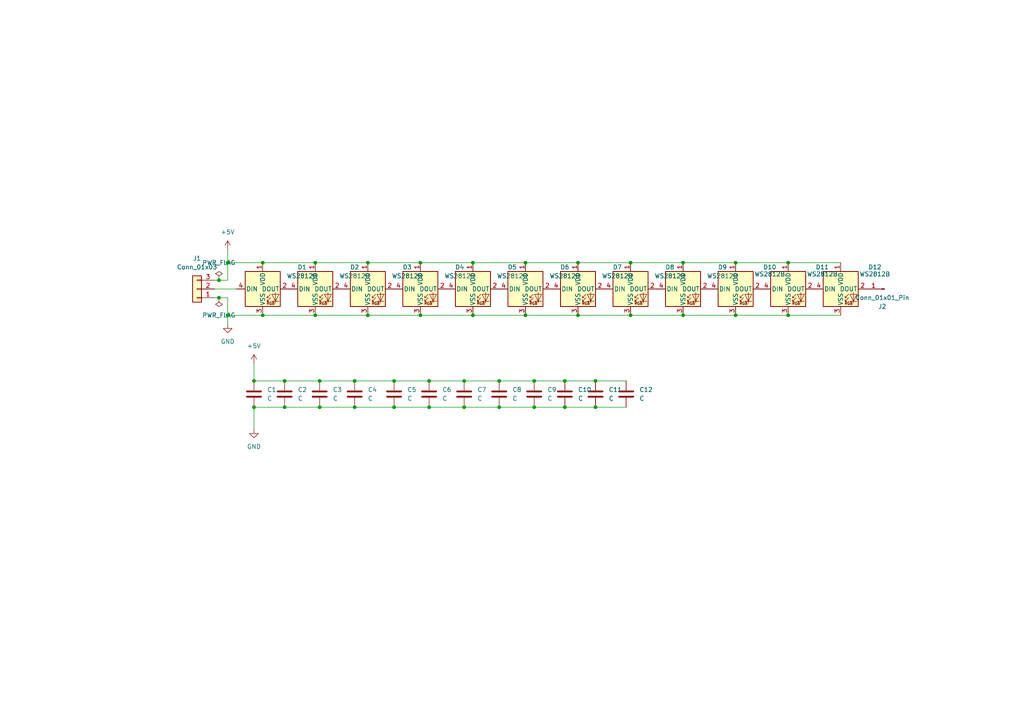
<source format=kicad_sch>
(kicad_sch (version 20231120) (generator "eeschema") (generator_version "8.0")
  (paper "A4")
  (lib_symbols
    (symbol "Connector:Conn_01x01_Pin" (pin_names (offset 1.016) hide)
      (property "Reference" "J" (at 0 2.54 0))
      (property "Value" "Conn_01x01_Pin" (at 0 -2.54 0))
      (symbol "Conn_01x01_Pin_1_1"
        (polyline (pts (xy 1.27 0) (xy 0.8636 0)) (stroke (width 0.1524)))
        (rectangle (start 0.8636 0.127) (end 0 -0.127) (stroke (width 0.1524)) (fill (type outline)))
        (pin passive line (at 5.08 0 180) (length 3.81) (name "Pin_1") (number "1"))
      )
    )
    (symbol "Device:C" (pin_numbers hide) (pin_names (offset 0.254))
      (property "Reference" "C" (at 0.635 2.54 0))
      (property "Value" "C" (at 0.635 -2.54 0))
      (symbol "C_0_1"
        (polyline (pts (xy -2.032 -0.762) (xy 2.032 -0.762)) (stroke (width 0.508)))
        (polyline (pts (xy -2.032 0.762) (xy 2.032 0.762)) (stroke (width 0.508)))
      )
      (symbol "C_1_1"
        (pin passive line (at 0 3.81 270) (length 2.794) (name "~") (number "1"))
        (pin passive line (at 0 -3.81 90) (length 2.794) (name "~") (number "2"))
      )
    )
    (symbol "LED:WS2812B" (pin_names (offset 0.254))
      (property "Reference" "D" (at 5.08 5.715 0))
      (property "Value" "WS2812B" (at 1.27 -5.715 0))
      (symbol "WS2812B_0_0"
        (text "RGB" (at 2.286 -4.191 0) (effects (font (size 0.762 0.762))))
      )
      (symbol "WS2812B_0_1"
        (polyline (pts (xy 1.27 -3.556) (xy 1.778 -3.556)))
        (polyline (pts (xy 1.27 -2.54) (xy 1.778 -2.54)))
        (polyline (pts (xy 4.699 -3.556) (xy 2.667 -3.556)))
        (polyline (pts (xy 2.286 -2.54) (xy 1.27 -3.556) (xy 1.27 -3.048)))
        (polyline (pts (xy 2.286 -1.524) (xy 1.27 -2.54) (xy 1.27 -2.032)))
        (polyline (pts (xy 3.683 -1.016) (xy 3.683 -3.556) (xy 3.683 -4.064)))
        (polyline (pts (xy 4.699 -1.524) (xy 2.667 -1.524) (xy 3.683 -3.556) (xy 4.699 -1.524)))
        (rectangle (start 5.08 5.08) (end -5.08 -5.08) (stroke (width 0.254)) (fill (type background)))
      )
      (symbol "WS2812B_1_1"
        (pin power_in line (at 0 7.62 270) (length 2.54) (name "VDD") (number "1"))
        (pin output line (at 7.62 0 180) (length 2.54) (name "DOUT") (number "2"))
        (pin power_in line (at 0 -7.62 90) (length 2.54) (name "VSS") (number "3"))
        (pin input line (at -7.62 0 0) (length 2.54) (name "DIN") (number "4"))
      )
    )
    (symbol "PCM_4ms_Connector:Conn_01x03" (pin_names (offset 1.016) hide)
      (property "Reference" "J" (at 0 5.08 0))
      (property "Value" "Conn_01x03" (at 0 -5.08 0))
      (symbol "Conn_01x03_1_1"
        (rectangle (start -1.27 -2.413) (end 0 -2.667) (stroke (width 0.1524)))
        (rectangle (start -1.27 0.127) (end 0 -0.127) (stroke (width 0.1524)))
        (rectangle (start -1.27 2.667) (end 0 2.413) (stroke (width 0.1524)))
        (rectangle (start -1.27 3.81) (end 1.27 -3.81) (stroke (width 0.254)) (fill (type background)))
        (pin passive line (at -5.08 2.54 0) (length 3.81) (name "Pin_1") (number "1"))
        (pin passive line (at -5.08 0 0) (length 3.81) (name "Pin_2") (number "2"))
        (pin passive line (at -5.08 -2.54 0) (length 3.81) (name "Pin_3") (number "3"))
      )
    )
    (symbol "PCM_4ms_Power-symbol:+5V" (power) (pin_names (offset 0))
      (property "Value" "+5V" (at 0 3.556 0))
      (symbol "+5V_0_1"
        (polyline (pts (xy -0.762 1.27) (xy 0 2.54)))
        (polyline (pts (xy 0 0) (xy 0 2.54)))
        (polyline (pts (xy 0 2.54) (xy 0.762 1.27)))
      )
      (symbol "+5V_1_1"
        (pin power_in line (at 0 0 90) (length 0) hide (name "+5V") (number "1"))
      )
    )
    (symbol "PCM_4ms_Power-symbol:GND" (power) (pin_names (offset 0))
      (property "Value" "GND" (at 0 -3.81 0))
      (symbol "GND_0_1"
        (polyline (pts (xy 0 0) (xy 0 -1.27) (xy 1.27 -1.27) (xy 0 -2.54) (xy -1.27 -1.27) (xy 0 -1.27)))
      )
      (symbol "GND_1_1"
        (pin power_in line (at 0 0 270) (length 0) hide (name "GND") (number "1"))
      )
    )
    (symbol "PCM_4ms_Power-symbol:PWR_FLAG" (power) (pin_numbers hide) (pin_names (offset 0) hide)
      (property "Value" "PWR_FLAG" (at 0 3.81 0))
      (symbol "PWR_FLAG_0_0"
        (pin power_out line (at 0 0 90) (length 0) (name "pwr") (number "1"))
      )
      (symbol "PWR_FLAG_0_1"
        (polyline (pts (xy 0 0) (xy 0 1.27) (xy -1.016 1.905) (xy 0 2.54) (xy 1.016 1.905) (xy 0 1.27)))
      )
    )
  )
  (junction (at 102.87 110.49))
  (junction (at 144.78 110.49))
  (junction (at 102.87 118.11))
  (junction (at 121.92 91.44))
  (junction (at 182.88 91.44))
  (junction (at 82.55 110.49))
  (junction (at 114.3 110.49))
  (junction (at 134.62 118.11))
  (junction (at 154.94 110.49))
  (junction (at 124.46 118.11))
  (junction (at 198.12 91.44))
  (junction (at 76.2 91.44))
  (junction (at 213.36 91.44))
  (junction (at 172.72 110.49))
  (junction (at 137.16 76.2))
  (junction (at 213.36 76.2))
  (junction (at 92.71 118.11))
  (junction (at 167.64 91.44))
  (junction (at 154.94 118.11))
  (junction (at 73.66 110.49))
  (junction (at 106.68 91.44))
  (junction (at 228.6 91.44))
  (junction (at 144.78 118.11))
  (junction (at 124.46 110.49))
  (junction (at 73.66 118.11))
  (junction (at 91.44 91.44))
  (junction (at 172.72 118.11))
  (junction (at 91.44 76.2))
  (junction (at 82.55 118.11))
  (junction (at 228.6 76.2))
  (junction (at 121.92 76.2))
  (junction (at 198.12 76.2))
  (junction (at 63.5 86.36))
  (junction (at 106.68 76.2))
  (junction (at 152.4 76.2))
  (junction (at 134.62 110.49))
  (junction (at 76.2 76.2))
  (junction (at 114.3 118.11))
  (junction (at 66.04 76.2))
  (junction (at 163.83 118.11))
  (junction (at 182.88 76.2))
  (junction (at 92.71 110.49))
  (junction (at 167.64 76.2))
  (junction (at 63.5 81.28))
  (junction (at 66.04 91.44))
  (junction (at 152.4 91.44))
  (junction (at 163.83 110.49))
  (junction (at 137.16 91.44))
  (wire (pts (xy 102.87 110.49) (xy 92.71 110.49)))
  (wire (pts (xy 82.55 118.11) (xy 73.66 118.11)))
  (wire (pts (xy 121.92 76.2) (xy 137.16 76.2)))
  (wire (pts (xy 172.72 118.11) (xy 163.83 118.11)))
  (wire (pts (xy 124.46 118.11) (xy 114.3 118.11)))
  (wire (pts (xy 82.55 110.49) (xy 73.66 110.49)))
  (wire (pts (xy 137.16 91.44) (xy 152.4 91.44)))
  (wire (pts (xy 66.04 91.44) (xy 76.2 91.44)))
  (wire (pts (xy 154.94 110.49) (xy 144.78 110.49)))
  (wire (pts (xy 163.83 110.49) (xy 154.94 110.49)))
  (wire (pts (xy 172.72 110.49) (xy 163.83 110.49)))
  (wire (pts (xy 66.04 86.36) (xy 66.04 91.44)))
  (wire (pts (xy 92.71 110.49) (xy 82.55 110.49)))
  (wire (pts (xy 76.2 91.44) (xy 91.44 91.44)))
  (wire (pts (xy 181.61 118.11) (xy 172.72 118.11)))
  (wire (pts (xy 152.4 91.44) (xy 167.64 91.44)))
  (wire (pts (xy 198.12 91.44) (xy 213.36 91.44)))
  (wire (pts (xy 91.44 76.2) (xy 106.68 76.2)))
  (wire (pts (xy 62.23 86.36) (xy 63.5 86.36)))
  (wire (pts (xy 92.71 118.11) (xy 82.55 118.11)))
  (wire (pts (xy 154.94 118.11) (xy 144.78 118.11)))
  (wire (pts (xy 73.66 110.49) (xy 73.66 105.41)))
  (wire (pts (xy 66.04 76.2) (xy 76.2 76.2)))
  (wire (pts (xy 198.12 76.2) (xy 213.36 76.2)))
  (wire (pts (xy 181.61 110.49) (xy 172.72 110.49)))
  (wire (pts (xy 182.88 76.2) (xy 198.12 76.2)))
  (wire (pts (xy 152.4 76.2) (xy 167.64 76.2)))
  (wire (pts (xy 62.23 83.82) (xy 68.58 83.82)))
  (wire (pts (xy 182.88 91.44) (xy 198.12 91.44)))
  (wire (pts (xy 114.3 110.49) (xy 102.87 110.49)))
  (wire (pts (xy 144.78 118.11) (xy 134.62 118.11)))
  (wire (pts (xy 106.68 91.44) (xy 121.92 91.44)))
  (wire (pts (xy 66.04 91.44) (xy 66.04 93.98)))
  (wire (pts (xy 213.36 91.44) (xy 228.6 91.44)))
  (wire (pts (xy 167.64 91.44) (xy 182.88 91.44)))
  (wire (pts (xy 91.44 91.44) (xy 106.68 91.44)))
  (wire (pts (xy 106.68 76.2) (xy 121.92 76.2)))
  (wire (pts (xy 62.23 81.28) (xy 63.5 81.28)))
  (wire (pts (xy 137.16 76.2) (xy 152.4 76.2)))
  (wire (pts (xy 66.04 76.2) (xy 66.04 72.39)))
  (wire (pts (xy 134.62 110.49) (xy 124.46 110.49)))
  (wire (pts (xy 121.92 91.44) (xy 137.16 91.44)))
  (wire (pts (xy 134.62 118.11) (xy 124.46 118.11)))
  (wire (pts (xy 228.6 76.2) (xy 243.84 76.2)))
  (wire (pts (xy 167.64 76.2) (xy 182.88 76.2)))
  (wire (pts (xy 63.5 86.36) (xy 66.04 86.36)))
  (wire (pts (xy 66.04 81.28) (xy 66.04 76.2)))
  (wire (pts (xy 114.3 118.11) (xy 102.87 118.11)))
  (wire (pts (xy 73.66 118.11) (xy 73.66 124.46)))
  (wire (pts (xy 144.78 110.49) (xy 134.62 110.49)))
  (wire (pts (xy 63.5 81.28) (xy 66.04 81.28)))
  (wire (pts (xy 124.46 110.49) (xy 114.3 110.49)))
  (wire (pts (xy 163.83 118.11) (xy 154.94 118.11)))
  (wire (pts (xy 102.87 118.11) (xy 92.71 118.11)))
  (wire (pts (xy 76.2 76.2) (xy 91.44 76.2)))
  (wire (pts (xy 213.36 76.2) (xy 228.6 76.2)))
  (wire (pts (xy 228.6 91.44) (xy 243.84 91.44)))
  (symbol (lib_id "Device:C") (at 82.55 114.3 0) (unit 1)
    (property "Reference" "C2" (at 86.36 113.0299 0) (effects (justify left)))
    (property "Value" "C" (at 86.36 115.5699 0) (effects (justify left)))
    (property "Footprint" "Capacitor_SMD:C_0805_2012Metric_Pad1.18x1.45mm_HandSolder" (effects (hide yes)))
    (property "Description" "Unpolarized capacitor" (effects (hide yes)))
  )
  (symbol (lib_id "PCM_4ms_Power-symbol:PWR_FLAG") (at 63.5 81.28 0) (unit 1)
    (property "Reference" "#FLG01" (effects (hide yes)))
    (property "Value" "PWR_FLAG" (at 63.5 76.2 0))
  )
  (symbol (lib_id "LED:WS2812B") (at 213.36 83.82 0) (unit 1)
    (property "Reference" "D10" (at 223.266 77.47 0))
    (property "Value" "WS2812B" (at 223.266 79.502 0))
    (property "Footprint" "LED_SMD:LED_WS2812B_PLCC4_5.0x5.0mm_P3.2mm" (effects (hide yes)))
    (property "Datasheet" "https://cdn-shop.adafruit.com/datasheets/WS2812B.pdf" (effects (hide yes)))
    (property "Description" "RGB LED with integrated controller" (effects (hide yes)))
  )
  (symbol (lib_id "PCM_4ms_Connector:Conn_01x03") (at 57.15 83.82 180) (unit 1)
    (property "Reference" "J1" (at 57.15 74.93 0))
    (property "Value" "Conn_01x03" (at 57.15 77.47 0))
    (property "Footprint" "Connector_PinHeader_2.54mm:PinHeader_1x03_P2.54mm_Vertical" (effects (hide yes)))
    (property "Description" "HEADER 1x3 MALE PINS 0.100” 180deg" (effects (hide yes)))
    (property "Specifications" "HEADER 1x3 MALE PINS 0.100” 180deg" (effects (hide yes)))
    (property "Manufacturer" "TAD" (effects (hide yes)))
    (property "Part Number" "1-0301FBV0T" (effects (hide yes)))
  )
  (symbol (lib_id "LED:WS2812B") (at 228.6 83.82 0) (unit 1)
    (property "Reference" "D11" (at 238.506 77.47 0))
    (property "Value" "WS2812B" (at 238.506 79.502 0))
    (property "Footprint" "LED_SMD:LED_WS2812B_PLCC4_5.0x5.0mm_P3.2mm" (effects (hide yes)))
    (property "Datasheet" "https://cdn-shop.adafruit.com/datasheets/WS2812B.pdf" (effects (hide yes)))
    (property "Description" "RGB LED with integrated controller" (effects (hide yes)))
  )
  (symbol (lib_id "Device:C") (at 154.94 114.3 0) (unit 1)
    (property "Reference" "C9" (at 158.75 113.0299 0) (effects (justify left)))
    (property "Value" "C" (at 158.75 115.5699 0) (effects (justify left)))
    (property "Footprint" "Capacitor_SMD:C_0805_2012Metric_Pad1.18x1.45mm_HandSolder" (effects (hide yes)))
    (property "Description" "Unpolarized capacitor" (effects (hide yes)))
  )
  (symbol (lib_id "LED:WS2812B") (at 121.92 83.82 0) (unit 1)
    (property "Reference" "D4" (at 133.35 77.5014 0))
    (property "Value" "WS2812B" (at 133.35 80.0414 0))
    (property "Footprint" "LED_SMD:LED_WS2812B_PLCC4_5.0x5.0mm_P3.2mm" (effects (hide yes)))
    (property "Datasheet" "https://cdn-shop.adafruit.com/datasheets/WS2812B.pdf" (effects (hide yes)))
    (property "Description" "RGB LED with integrated controller" (effects (hide yes)))
  )
  (symbol (lib_id "LED:WS2812B") (at 152.4 83.82 0) (unit 1)
    (property "Reference" "D6" (at 163.83 77.5014 0))
    (property "Value" "WS2812B" (at 163.83 80.0414 0))
    (property "Footprint" "LED_SMD:LED_WS2812B_PLCC4_5.0x5.0mm_P3.2mm" (effects (hide yes)))
    (property "Datasheet" "https://cdn-shop.adafruit.com/datasheets/WS2812B.pdf" (effects (hide yes)))
    (property "Description" "RGB LED with integrated controller" (effects (hide yes)))
  )
  (symbol (lib_id "LED:WS2812B") (at 137.16 83.82 0) (unit 1)
    (property "Reference" "D5" (at 148.59 77.5014 0))
    (property "Value" "WS2812B" (at 148.59 80.0414 0))
    (property "Footprint" "LED_SMD:LED_WS2812B_PLCC4_5.0x5.0mm_P3.2mm" (effects (hide yes)))
    (property "Datasheet" "https://cdn-shop.adafruit.com/datasheets/WS2812B.pdf" (effects (hide yes)))
    (property "Description" "RGB LED with integrated controller" (effects (hide yes)))
  )
  (symbol (lib_id "LED:WS2812B") (at 76.2 83.82 0) (unit 1)
    (property "Reference" "D1" (at 87.63 77.5014 0))
    (property "Value" "WS2812B" (at 87.63 80.0414 0))
    (property "Footprint" "LED_SMD:LED_WS2812B_PLCC4_5.0x5.0mm_P3.2mm" (effects (hide yes)))
    (property "Datasheet" "https://cdn-shop.adafruit.com/datasheets/WS2812B.pdf" (effects (hide yes)))
    (property "Description" "RGB LED with integrated controller" (effects (hide yes)))
  )
  (symbol (lib_id "Device:C") (at 102.87 114.3 0) (unit 1)
    (property "Reference" "C4" (at 106.68 113.0299 0) (effects (justify left)))
    (property "Value" "C" (at 106.68 115.5699 0) (effects (justify left)))
    (property "Footprint" "Capacitor_SMD:C_0805_2012Metric_Pad1.18x1.45mm_HandSolder" (effects (hide yes)))
    (property "Description" "Unpolarized capacitor" (effects (hide yes)))
  )
  (symbol (lib_id "Connector:Conn_01x01_Pin") (at 256.54 83.82 180) (unit 1)
    (property "Reference" "J2" (at 255.905 88.9 0))
    (property "Value" "Conn_01x01_Pin" (at 255.905 86.36 0))
    (property "Footprint" "Connector_PinHeader_2.54mm:PinHeader_1x01_P2.54mm_Vertical" (effects (hide yes)))
    (property "Description" "Generic connector, single row, 01x01, script generated" (effects (hide yes)))
  )
  (symbol (lib_id "Device:C") (at 114.3 114.3 0) (unit 1)
    (property "Reference" "C5" (at 118.11 113.0299 0) (effects (justify left)))
    (property "Value" "C" (at 118.11 115.5699 0) (effects (justify left)))
    (property "Footprint" "Capacitor_SMD:C_0805_2012Metric_Pad1.18x1.45mm_HandSolder" (effects (hide yes)))
    (property "Description" "Unpolarized capacitor" (effects (hide yes)))
  )
  (symbol (lib_id "Device:C") (at 92.71 114.3 0) (unit 1)
    (property "Reference" "C3" (at 96.52 113.0299 0) (effects (justify left)))
    (property "Value" "C" (at 96.52 115.5699 0) (effects (justify left)))
    (property "Footprint" "Capacitor_SMD:C_0805_2012Metric_Pad1.18x1.45mm_HandSolder" (effects (hide yes)))
    (property "Description" "Unpolarized capacitor" (effects (hide yes)))
  )
  (symbol (lib_id "Device:C") (at 163.83 114.3 0) (unit 1)
    (property "Reference" "C10" (at 167.64 113.0299 0) (effects (justify left)))
    (property "Value" "C" (at 167.64 115.5699 0) (effects (justify left)))
    (property "Footprint" "Capacitor_SMD:C_0805_2012Metric_Pad1.18x1.45mm_HandSolder" (effects (hide yes)))
    (property "Description" "Unpolarized capacitor" (effects (hide yes)))
  )
  (symbol (lib_id "LED:WS2812B") (at 106.68 83.82 0) (unit 1)
    (property "Reference" "D3" (at 118.11 77.5014 0))
    (property "Value" "WS2812B" (at 118.11 80.0414 0))
    (property "Footprint" "LED_SMD:LED_WS2812B_PLCC4_5.0x5.0mm_P3.2mm" (effects (hide yes)))
    (property "Datasheet" "https://cdn-shop.adafruit.com/datasheets/WS2812B.pdf" (effects (hide yes)))
    (property "Description" "RGB LED with integrated controller" (effects (hide yes)))
  )
  (symbol (lib_id "LED:WS2812B") (at 243.84 83.82 0) (unit 1)
    (property "Reference" "D12" (at 253.746 77.47 0))
    (property "Value" "WS2812B" (at 253.746 79.502 0))
    (property "Footprint" "LED_SMD:LED_WS2812B_PLCC4_5.0x5.0mm_P3.2mm" (effects (hide yes)))
    (property "Datasheet" "https://cdn-shop.adafruit.com/datasheets/WS2812B.pdf" (effects (hide yes)))
    (property "Description" "RGB LED with integrated controller" (effects (hide yes)))
  )
  (symbol (lib_id "Device:C") (at 124.46 114.3 0) (unit 1)
    (property "Reference" "C6" (at 128.27 113.0299 0) (effects (justify left)))
    (property "Value" "C" (at 128.27 115.5699 0) (effects (justify left)))
    (property "Footprint" "Capacitor_SMD:C_0805_2012Metric_Pad1.18x1.45mm_HandSolder" (effects (hide yes)))
    (property "Description" "Unpolarized capacitor" (effects (hide yes)))
  )
  (symbol (lib_id "Device:C") (at 73.66 114.3 0) (unit 1)
    (property "Reference" "C1" (at 77.47 113.0299 0) (effects (justify left)))
    (property "Value" "C" (at 77.47 115.5699 0) (effects (justify left)))
    (property "Footprint" "Capacitor_SMD:C_0805_2012Metric_Pad1.18x1.45mm_HandSolder" (effects (hide yes)))
    (property "Description" "Unpolarized capacitor" (effects (hide yes)))
  )
  (symbol (lib_id "PCM_4ms_Power-symbol:GND") (at 66.04 93.98 0) (unit 1)
    (property "Reference" "#PWR02" (effects (hide yes)))
    (property "Value" "GND" (at 66.04 99.06 0))
  )
  (symbol (lib_id "Device:C") (at 172.72 114.3 0) (unit 1)
    (property "Reference" "C11" (at 176.53 113.0299 0) (effects (justify left)))
    (property "Value" "C" (at 176.53 115.5699 0) (effects (justify left)))
    (property "Footprint" "Capacitor_SMD:C_0805_2012Metric_Pad1.18x1.45mm_HandSolder" (effects (hide yes)))
    (property "Description" "Unpolarized capacitor" (effects (hide yes)))
  )
  (symbol (lib_id "LED:WS2812B") (at 198.12 83.82 0) (unit 1)
    (property "Reference" "D9" (at 209.55 77.5014 0))
    (property "Value" "WS2812B" (at 209.55 80.0414 0))
    (property "Footprint" "LED_SMD:LED_WS2812B_PLCC4_5.0x5.0mm_P3.2mm" (effects (hide yes)))
    (property "Datasheet" "https://cdn-shop.adafruit.com/datasheets/WS2812B.pdf" (effects (hide yes)))
    (property "Description" "RGB LED with integrated controller" (effects (hide yes)))
  )
  (symbol (lib_id "PCM_4ms_Power-symbol:GND") (at 73.66 124.46 0) (unit 1)
    (property "Reference" "#PWR04" (effects (hide yes)))
    (property "Value" "GND" (at 73.66 129.54 0))
  )
  (symbol (lib_id "Device:C") (at 144.78 114.3 0) (unit 1)
    (property "Reference" "C8" (at 148.59 113.0299 0) (effects (justify left)))
    (property "Value" "C" (at 148.59 115.5699 0) (effects (justify left)))
    (property "Footprint" "Capacitor_SMD:C_0805_2012Metric_Pad1.18x1.45mm_HandSolder" (effects (hide yes)))
    (property "Description" "Unpolarized capacitor" (effects (hide yes)))
  )
  (symbol (lib_id "LED:WS2812B") (at 182.88 83.82 0) (unit 1)
    (property "Reference" "D8" (at 194.31 77.5014 0))
    (property "Value" "WS2812B" (at 194.31 80.0414 0))
    (property "Footprint" "LED_SMD:LED_WS2812B_PLCC4_5.0x5.0mm_P3.2mm" (effects (hide yes)))
    (property "Datasheet" "https://cdn-shop.adafruit.com/datasheets/WS2812B.pdf" (effects (hide yes)))
    (property "Description" "RGB LED with integrated controller" (effects (hide yes)))
  )
  (symbol (lib_id "Device:C") (at 134.62 114.3 0) (unit 1)
    (property "Reference" "C7" (at 138.43 113.0299 0) (effects (justify left)))
    (property "Value" "C" (at 138.43 115.5699 0) (effects (justify left)))
    (property "Footprint" "Capacitor_SMD:C_0805_2012Metric_Pad1.18x1.45mm_HandSolder" (effects (hide yes)))
    (property "Description" "Unpolarized capacitor" (effects (hide yes)))
  )
  (symbol (lib_id "Device:C") (at 181.61 114.3 0) (unit 1)
    (property "Reference" "C12" (at 185.42 113.0299 0) (effects (justify left)))
    (property "Value" "C" (at 185.42 115.5699 0) (effects (justify left)))
    (property "Footprint" "Capacitor_SMD:C_0805_2012Metric_Pad1.18x1.45mm_HandSolder" (effects (hide yes)))
    (property "Description" "Unpolarized capacitor" (effects (hide yes)))
  )
  (symbol (lib_id "PCM_4ms_Power-symbol:PWR_FLAG") (at 63.5 86.36 180) (unit 1)
    (property "Reference" "#FLG02" (effects (hide yes)))
    (property "Value" "PWR_FLAG" (at 63.5 91.44 0))
  )
  (symbol (lib_id "LED:WS2812B") (at 167.64 83.82 0) (unit 1)
    (property "Reference" "D7" (at 179.07 77.5014 0))
    (property "Value" "WS2812B" (at 179.07 80.0414 0))
    (property "Footprint" "LED_SMD:LED_WS2812B_PLCC4_5.0x5.0mm_P3.2mm" (effects (hide yes)))
    (property "Datasheet" "https://cdn-shop.adafruit.com/datasheets/WS2812B.pdf" (effects (hide yes)))
    (property "Description" "RGB LED with integrated controller" (effects (hide yes)))
  )
  (symbol (lib_id "PCM_4ms_Power-symbol:+5V") (at 66.04 72.39 0) (unit 1)
    (property "Reference" "#PWR01" (effects (hide yes)))
    (property "Value" "+5V" (at 66.04 67.31 0))
  )
  (symbol (lib_id "PCM_4ms_Power-symbol:+5V") (at 73.66 105.41 0) (unit 1)
    (property "Reference" "#PWR03" (effects (hide yes)))
    (property "Value" "+5V" (at 73.66 100.33 0))
  )
  (symbol (lib_id "LED:WS2812B") (at 91.44 83.82 0) (unit 1)
    (property "Reference" "D2" (at 102.87 77.5014 0))
    (property "Value" "WS2812B" (at 102.87 80.0414 0))
    (property "Footprint" "LED_SMD:LED_WS2812B_PLCC4_5.0x5.0mm_P3.2mm" (effects (hide yes)))
    (property "Datasheet" "https://cdn-shop.adafruit.com/datasheets/WS2812B.pdf" (effects (hide yes)))
    (property "Description" "RGB LED with integrated controller" (effects (hide yes)))
  )
)
</source>
